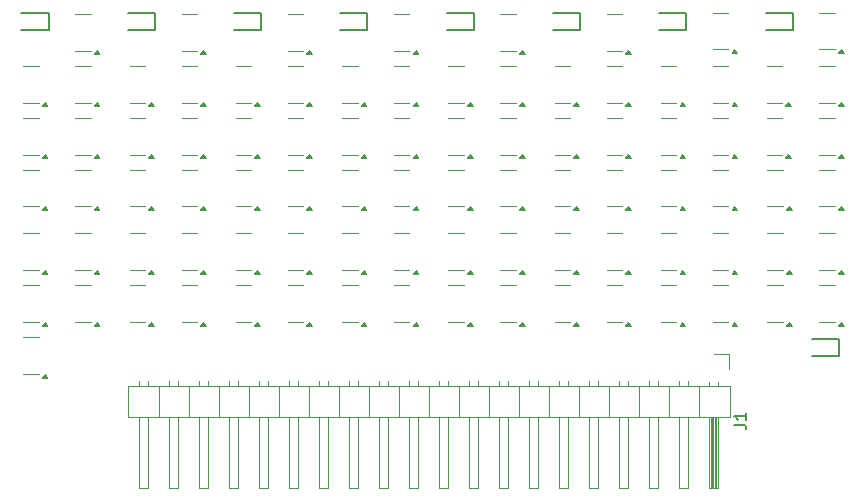
<source format=gbr>
%TF.GenerationSoftware,KiCad,Pcbnew,8.0.8*%
%TF.CreationDate,2025-09-05T20:33:19+02:00*%
%TF.ProjectId,REG8bit-SMD,52454738-6269-4742-9d53-4d442e6b6963,rev?*%
%TF.SameCoordinates,Original*%
%TF.FileFunction,Legend,Top*%
%TF.FilePolarity,Positive*%
%FSLAX46Y46*%
G04 Gerber Fmt 4.6, Leading zero omitted, Abs format (unit mm)*
G04 Created by KiCad (PCBNEW 8.0.8) date 2025-09-05 20:33:19*
%MOMM*%
%LPD*%
G01*
G04 APERTURE LIST*
%ADD10C,0.150000*%
%ADD11C,0.120000*%
G04 APERTURE END LIST*
D10*
X111449819Y-166343333D02*
X112164104Y-166343333D01*
X112164104Y-166343333D02*
X112306961Y-166390952D01*
X112306961Y-166390952D02*
X112402200Y-166486190D01*
X112402200Y-166486190D02*
X112449819Y-166629047D01*
X112449819Y-166629047D02*
X112449819Y-166724285D01*
X112449819Y-165343333D02*
X112449819Y-165914761D01*
X112449819Y-165629047D02*
X111449819Y-165629047D01*
X111449819Y-165629047D02*
X111592676Y-165724285D01*
X111592676Y-165724285D02*
X111687914Y-165819523D01*
X111687914Y-165819523D02*
X111735533Y-165914761D01*
D11*
%TO.C,Q18*%
X65300000Y-135940000D02*
X64650000Y-135940000D01*
X65300000Y-135940000D02*
X65950000Y-135940000D01*
X65300000Y-139060000D02*
X64650000Y-139060000D01*
X65300000Y-139060000D02*
X65950000Y-139060000D01*
X66702500Y-139340000D02*
X66222500Y-139340000D01*
X66462500Y-139010000D01*
X66702500Y-139340000D01*
G36*
X66702500Y-139340000D02*
G01*
X66222500Y-139340000D01*
X66462500Y-139010000D01*
X66702500Y-139340000D01*
G37*
%TO.C,Q21*%
X65300000Y-144740000D02*
X64650000Y-144740000D01*
X65300000Y-144740000D02*
X65950000Y-144740000D01*
X65300000Y-147860000D02*
X64650000Y-147860000D01*
X65300000Y-147860000D02*
X65950000Y-147860000D01*
X66702500Y-148140000D02*
X66222500Y-148140000D01*
X66462500Y-147810000D01*
X66702500Y-148140000D01*
G36*
X66702500Y-148140000D02*
G01*
X66222500Y-148140000D01*
X66462500Y-147810000D01*
X66702500Y-148140000D01*
G37*
%TO.C,Q16*%
X60900000Y-135940000D02*
X60250000Y-135940000D01*
X60900000Y-135940000D02*
X61550000Y-135940000D01*
X60900000Y-139060000D02*
X60250000Y-139060000D01*
X60900000Y-139060000D02*
X61550000Y-139060000D01*
X62302500Y-139340000D02*
X61822500Y-139340000D01*
X62062500Y-139010000D01*
X62302500Y-139340000D01*
G36*
X62302500Y-139340000D02*
G01*
X61822500Y-139340000D01*
X62062500Y-139010000D01*
X62302500Y-139340000D01*
G37*
%TO.C,Q27*%
X69900000Y-140340000D02*
X69250000Y-140340000D01*
X69900000Y-140340000D02*
X70550000Y-140340000D01*
X69900000Y-143460000D02*
X69250000Y-143460000D01*
X69900000Y-143460000D02*
X70550000Y-143460000D01*
X71302500Y-143740000D02*
X70822500Y-143740000D01*
X71062500Y-143410000D01*
X71302500Y-143740000D01*
G36*
X71302500Y-143740000D02*
G01*
X70822500Y-143740000D01*
X71062500Y-143410000D01*
X71302500Y-143740000D01*
G37*
%TO.C,Q13*%
X60900000Y-150140000D02*
X60250000Y-150140000D01*
X60900000Y-150140000D02*
X61550000Y-150140000D01*
X60900000Y-153260000D02*
X60250000Y-153260000D01*
X60900000Y-153260000D02*
X61550000Y-153260000D01*
X62302500Y-153540000D02*
X61822500Y-153540000D01*
X62062500Y-153210000D01*
X62302500Y-153540000D01*
G36*
X62302500Y-153540000D02*
G01*
X61822500Y-153540000D01*
X62062500Y-153210000D01*
X62302500Y-153540000D01*
G37*
%TO.C,Q6*%
X51900000Y-140340000D02*
X51250000Y-140340000D01*
X51900000Y-140340000D02*
X52550000Y-140340000D01*
X51900000Y-143460000D02*
X51250000Y-143460000D01*
X51900000Y-143460000D02*
X52550000Y-143460000D01*
X53302500Y-143740000D02*
X52822500Y-143740000D01*
X53062500Y-143410000D01*
X53302500Y-143740000D01*
G36*
X53302500Y-143740000D02*
G01*
X52822500Y-143740000D01*
X53062500Y-143410000D01*
X53302500Y-143740000D01*
G37*
%TO.C,Q5*%
X56300000Y-150140000D02*
X55650000Y-150140000D01*
X56300000Y-150140000D02*
X56950000Y-150140000D01*
X56300000Y-153260000D02*
X55650000Y-153260000D01*
X56300000Y-153260000D02*
X56950000Y-153260000D01*
X57702500Y-153540000D02*
X57222500Y-153540000D01*
X57462500Y-153210000D01*
X57702500Y-153540000D01*
G36*
X57702500Y-153540000D02*
G01*
X57222500Y-153540000D01*
X57462500Y-153210000D01*
X57702500Y-153540000D01*
G37*
%TO.C,Q68*%
X110300000Y-135940000D02*
X109650000Y-135940000D01*
X110300000Y-135940000D02*
X110950000Y-135940000D01*
X110300000Y-139060000D02*
X109650000Y-139060000D01*
X110300000Y-139060000D02*
X110950000Y-139060000D01*
X111702500Y-139340000D02*
X111222500Y-139340000D01*
X111462500Y-139010000D01*
X111702500Y-139340000D01*
G36*
X111702500Y-139340000D02*
G01*
X111222500Y-139340000D01*
X111462500Y-139010000D01*
X111702500Y-139340000D01*
G37*
D10*
%TO.C,D9*%
X120290000Y-160530000D02*
X120290000Y-159070000D01*
X120290000Y-159070000D02*
X118000000Y-159070000D01*
X118000000Y-160530000D02*
X120290000Y-160530000D01*
D11*
%TO.C,Q65*%
X110300000Y-150140000D02*
X109650000Y-150140000D01*
X110300000Y-150140000D02*
X110950000Y-150140000D01*
X110300000Y-153260000D02*
X109650000Y-153260000D01*
X110300000Y-153260000D02*
X110950000Y-153260000D01*
X111702500Y-153540000D02*
X111222500Y-153540000D01*
X111462500Y-153210000D01*
X111702500Y-153540000D01*
G36*
X111702500Y-153540000D02*
G01*
X111222500Y-153540000D01*
X111462500Y-153210000D01*
X111702500Y-153540000D01*
G37*
%TO.C,Q60*%
X96900000Y-144740000D02*
X96250000Y-144740000D01*
X96900000Y-144740000D02*
X97550000Y-144740000D01*
X96900000Y-147860000D02*
X96250000Y-147860000D01*
X96900000Y-147860000D02*
X97550000Y-147860000D01*
X98302500Y-148140000D02*
X97822500Y-148140000D01*
X98062500Y-147810000D01*
X98302500Y-148140000D01*
G36*
X98302500Y-148140000D02*
G01*
X97822500Y-148140000D01*
X98062500Y-147810000D01*
X98302500Y-148140000D01*
G37*
%TO.C,Q45*%
X92300000Y-150140000D02*
X91650000Y-150140000D01*
X92300000Y-150140000D02*
X92950000Y-150140000D01*
X92300000Y-153260000D02*
X91650000Y-153260000D01*
X92300000Y-153260000D02*
X92950000Y-153260000D01*
X93702500Y-153540000D02*
X93222500Y-153540000D01*
X93462500Y-153210000D01*
X93702500Y-153540000D01*
G36*
X93702500Y-153540000D02*
G01*
X93222500Y-153540000D01*
X93462500Y-153210000D01*
X93702500Y-153540000D01*
G37*
%TO.C,Q17*%
X60900000Y-140340000D02*
X60250000Y-140340000D01*
X60900000Y-140340000D02*
X61550000Y-140340000D01*
X60900000Y-143460000D02*
X60250000Y-143460000D01*
X60900000Y-143460000D02*
X61550000Y-143460000D01*
X62302500Y-143740000D02*
X61822500Y-143740000D01*
X62062500Y-143410000D01*
X62302500Y-143740000D01*
G36*
X62302500Y-143740000D02*
G01*
X61822500Y-143740000D01*
X62062500Y-143410000D01*
X62302500Y-143740000D01*
G37*
D10*
%TO.C,D2*%
X60100000Y-132930000D02*
X62390000Y-132930000D01*
X62390000Y-131470000D02*
X60100000Y-131470000D01*
X62390000Y-132930000D02*
X62390000Y-131470000D01*
D11*
%TO.C,Q72*%
X114900000Y-154540000D02*
X114250000Y-154540000D01*
X114900000Y-154540000D02*
X115550000Y-154540000D01*
X114900000Y-157660000D02*
X114250000Y-157660000D01*
X114900000Y-157660000D02*
X115550000Y-157660000D01*
X116302500Y-157940000D02*
X115822500Y-157940000D01*
X116062500Y-157610000D01*
X116302500Y-157940000D01*
G36*
X116302500Y-157940000D02*
G01*
X115822500Y-157940000D01*
X116062500Y-157610000D01*
X116302500Y-157940000D01*
G37*
%TO.C,Q55*%
X101300000Y-150140000D02*
X100650000Y-150140000D01*
X101300000Y-150140000D02*
X101950000Y-150140000D01*
X101300000Y-153260000D02*
X100650000Y-153260000D01*
X101300000Y-153260000D02*
X101950000Y-153260000D01*
X102702500Y-153540000D02*
X102222500Y-153540000D01*
X102462500Y-153210000D01*
X102702500Y-153540000D01*
G36*
X102702500Y-153540000D02*
G01*
X102222500Y-153540000D01*
X102462500Y-153210000D01*
X102702500Y-153540000D01*
G37*
%TO.C,Q9*%
X56300000Y-140340000D02*
X55650000Y-140340000D01*
X56300000Y-140340000D02*
X56950000Y-140340000D01*
X56300000Y-143460000D02*
X55650000Y-143460000D01*
X56300000Y-143460000D02*
X56950000Y-143460000D01*
X57702500Y-143740000D02*
X57222500Y-143740000D01*
X57462500Y-143410000D01*
X57702500Y-143740000D01*
G36*
X57702500Y-143740000D02*
G01*
X57222500Y-143740000D01*
X57462500Y-143410000D01*
X57702500Y-143740000D01*
G37*
%TO.C,Q1*%
X51900000Y-158940000D02*
X51250000Y-158940000D01*
X51900000Y-158940000D02*
X52550000Y-158940000D01*
X51900000Y-162060000D02*
X51250000Y-162060000D01*
X51900000Y-162060000D02*
X52550000Y-162060000D01*
X53302500Y-162340000D02*
X52822500Y-162340000D01*
X53062500Y-162010000D01*
X53302500Y-162340000D01*
G36*
X53302500Y-162340000D02*
G01*
X52822500Y-162340000D01*
X53062500Y-162010000D01*
X53302500Y-162340000D01*
G37*
%TO.C,Q78*%
X119300000Y-135940000D02*
X118650000Y-135940000D01*
X119300000Y-135940000D02*
X119950000Y-135940000D01*
X119300000Y-139060000D02*
X118650000Y-139060000D01*
X119300000Y-139060000D02*
X119950000Y-139060000D01*
X120702500Y-139340000D02*
X120222500Y-139340000D01*
X120462500Y-139010000D01*
X120702500Y-139340000D01*
G36*
X120702500Y-139340000D02*
G01*
X120222500Y-139340000D01*
X120462500Y-139010000D01*
X120702500Y-139340000D01*
G37*
%TO.C,Q14*%
X65300000Y-154540000D02*
X64650000Y-154540000D01*
X65300000Y-154540000D02*
X65950000Y-154540000D01*
X65300000Y-157660000D02*
X64650000Y-157660000D01*
X65300000Y-157660000D02*
X65950000Y-157660000D01*
X66702500Y-157940000D02*
X66222500Y-157940000D01*
X66462500Y-157610000D01*
X66702500Y-157940000D01*
G36*
X66702500Y-157940000D02*
G01*
X66222500Y-157940000D01*
X66462500Y-157610000D01*
X66702500Y-157940000D01*
G37*
%TO.C,Q52*%
X96900000Y-154540000D02*
X96250000Y-154540000D01*
X96900000Y-154540000D02*
X97550000Y-154540000D01*
X96900000Y-157660000D02*
X96250000Y-157660000D01*
X96900000Y-157660000D02*
X97550000Y-157660000D01*
X98302500Y-157940000D02*
X97822500Y-157940000D01*
X98062500Y-157610000D01*
X98302500Y-157940000D01*
G36*
X98302500Y-157940000D02*
G01*
X97822500Y-157940000D01*
X98062500Y-157610000D01*
X98302500Y-157940000D01*
G37*
%TO.C,Q69*%
X110300000Y-140340000D02*
X109650000Y-140340000D01*
X110300000Y-140340000D02*
X110950000Y-140340000D01*
X110300000Y-143460000D02*
X109650000Y-143460000D01*
X110300000Y-143460000D02*
X110950000Y-143460000D01*
X111702500Y-143740000D02*
X111222500Y-143740000D01*
X111462500Y-143410000D01*
X111702500Y-143740000D01*
G36*
X111702500Y-143740000D02*
G01*
X111222500Y-143740000D01*
X111462500Y-143410000D01*
X111702500Y-143740000D01*
G37*
%TO.C,Q31*%
X74300000Y-144740000D02*
X73650000Y-144740000D01*
X74300000Y-144740000D02*
X74950000Y-144740000D01*
X74300000Y-147860000D02*
X73650000Y-147860000D01*
X74300000Y-147860000D02*
X74950000Y-147860000D01*
X75702500Y-148140000D02*
X75222500Y-148140000D01*
X75462500Y-147810000D01*
X75702500Y-148140000D01*
G36*
X75702500Y-148140000D02*
G01*
X75222500Y-148140000D01*
X75462500Y-147810000D01*
X75702500Y-148140000D01*
G37*
%TO.C,Q75*%
X119300000Y-150140000D02*
X118650000Y-150140000D01*
X119300000Y-150140000D02*
X119950000Y-150140000D01*
X119300000Y-153260000D02*
X118650000Y-153260000D01*
X119300000Y-153260000D02*
X119950000Y-153260000D01*
X120702500Y-153540000D02*
X120222500Y-153540000D01*
X120462500Y-153210000D01*
X120702500Y-153540000D01*
G36*
X120702500Y-153540000D02*
G01*
X120222500Y-153540000D01*
X120462500Y-153210000D01*
X120702500Y-153540000D01*
G37*
%TO.C,Q83*%
X65300000Y-131540000D02*
X64650000Y-131540000D01*
X65300000Y-131540000D02*
X65950000Y-131540000D01*
X65300000Y-134660000D02*
X64650000Y-134660000D01*
X65300000Y-134660000D02*
X65950000Y-134660000D01*
X66702500Y-134940000D02*
X66222500Y-134940000D01*
X66462500Y-134610000D01*
X66702500Y-134940000D01*
G36*
X66702500Y-134940000D02*
G01*
X66222500Y-134940000D01*
X66462500Y-134610000D01*
X66702500Y-134940000D01*
G37*
%TO.C,Q34*%
X83300000Y-154540000D02*
X82650000Y-154540000D01*
X83300000Y-154540000D02*
X83950000Y-154540000D01*
X83300000Y-157660000D02*
X82650000Y-157660000D01*
X83300000Y-157660000D02*
X83950000Y-157660000D01*
X84702500Y-157940000D02*
X84222500Y-157940000D01*
X84462500Y-157610000D01*
X84702500Y-157940000D01*
G36*
X84702500Y-157940000D02*
G01*
X84222500Y-157940000D01*
X84462500Y-157610000D01*
X84702500Y-157940000D01*
G37*
%TO.C,Q46*%
X87900000Y-135940000D02*
X87250000Y-135940000D01*
X87900000Y-135940000D02*
X88550000Y-135940000D01*
X87900000Y-139060000D02*
X87250000Y-139060000D01*
X87900000Y-139060000D02*
X88550000Y-139060000D01*
X89302500Y-139340000D02*
X88822500Y-139340000D01*
X89062500Y-139010000D01*
X89302500Y-139340000D01*
G36*
X89302500Y-139340000D02*
G01*
X88822500Y-139340000D01*
X89062500Y-139010000D01*
X89302500Y-139340000D01*
G37*
%TO.C,Q3*%
X51900000Y-150140000D02*
X51250000Y-150140000D01*
X51900000Y-150140000D02*
X52550000Y-150140000D01*
X51900000Y-153260000D02*
X51250000Y-153260000D01*
X51900000Y-153260000D02*
X52550000Y-153260000D01*
X53302500Y-153540000D02*
X52822500Y-153540000D01*
X53062500Y-153210000D01*
X53302500Y-153540000D01*
G36*
X53302500Y-153540000D02*
G01*
X52822500Y-153540000D01*
X53062500Y-153210000D01*
X53302500Y-153540000D01*
G37*
%TO.C,Q76*%
X114862500Y-135940000D02*
X114212500Y-135940000D01*
X114862500Y-135940000D02*
X115512500Y-135940000D01*
X114862500Y-139060000D02*
X114212500Y-139060000D01*
X114862500Y-139060000D02*
X115512500Y-139060000D01*
X116265000Y-139340000D02*
X115785000Y-139340000D01*
X116025000Y-139010000D01*
X116265000Y-139340000D01*
G36*
X116265000Y-139340000D02*
G01*
X115785000Y-139340000D01*
X116025000Y-139010000D01*
X116265000Y-139340000D01*
G37*
%TO.C,Q71*%
X110300000Y-144740000D02*
X109650000Y-144740000D01*
X110300000Y-144740000D02*
X110950000Y-144740000D01*
X110300000Y-147860000D02*
X109650000Y-147860000D01*
X110300000Y-147860000D02*
X110950000Y-147860000D01*
X111702500Y-148140000D02*
X111222500Y-148140000D01*
X111462500Y-147810000D01*
X111702500Y-148140000D01*
G36*
X111702500Y-148140000D02*
G01*
X111222500Y-148140000D01*
X111462500Y-147810000D01*
X111702500Y-148140000D01*
G37*
D10*
%TO.C,D3*%
X69100000Y-132930000D02*
X71390000Y-132930000D01*
X71390000Y-132930000D02*
X71390000Y-131470000D01*
X71390000Y-131470000D02*
X69100000Y-131470000D01*
D11*
%TO.C,Q39*%
X83300000Y-140340000D02*
X82650000Y-140340000D01*
X83300000Y-140340000D02*
X83950000Y-140340000D01*
X83300000Y-143460000D02*
X82650000Y-143460000D01*
X83300000Y-143460000D02*
X83950000Y-143460000D01*
X84702500Y-143740000D02*
X84222500Y-143740000D01*
X84462500Y-143410000D01*
X84702500Y-143740000D01*
G36*
X84702500Y-143740000D02*
G01*
X84222500Y-143740000D01*
X84462500Y-143410000D01*
X84702500Y-143740000D01*
G37*
%TO.C,Q15*%
X65300000Y-150140000D02*
X64650000Y-150140000D01*
X65300000Y-150140000D02*
X65950000Y-150140000D01*
X65300000Y-153260000D02*
X64650000Y-153260000D01*
X65300000Y-153260000D02*
X65950000Y-153260000D01*
X66702500Y-153540000D02*
X66222500Y-153540000D01*
X66462500Y-153210000D01*
X66702500Y-153540000D01*
G36*
X66702500Y-153540000D02*
G01*
X66222500Y-153540000D01*
X66462500Y-153210000D01*
X66702500Y-153540000D01*
G37*
%TO.C,Q32*%
X78900000Y-154540000D02*
X78250000Y-154540000D01*
X78900000Y-154540000D02*
X79550000Y-154540000D01*
X78900000Y-157660000D02*
X78250000Y-157660000D01*
X78900000Y-157660000D02*
X79550000Y-157660000D01*
X80302500Y-157940000D02*
X79822500Y-157940000D01*
X80062500Y-157610000D01*
X80302500Y-157940000D01*
G36*
X80302500Y-157940000D02*
G01*
X79822500Y-157940000D01*
X80062500Y-157610000D01*
X80302500Y-157940000D01*
G37*
%TO.C,Q67*%
X105900000Y-140340000D02*
X105250000Y-140340000D01*
X105900000Y-140340000D02*
X106550000Y-140340000D01*
X105900000Y-143460000D02*
X105250000Y-143460000D01*
X105900000Y-143460000D02*
X106550000Y-143460000D01*
X107302500Y-143740000D02*
X106822500Y-143740000D01*
X107062500Y-143410000D01*
X107302500Y-143740000D01*
G36*
X107302500Y-143740000D02*
G01*
X106822500Y-143740000D01*
X107062500Y-143410000D01*
X107302500Y-143740000D01*
G37*
D10*
%TO.C,D7*%
X107390000Y-131470000D02*
X105100000Y-131470000D01*
X107390000Y-132930000D02*
X107390000Y-131470000D01*
X105100000Y-132930000D02*
X107390000Y-132930000D01*
D11*
%TO.C,Q43*%
X87900000Y-150140000D02*
X87250000Y-150140000D01*
X87900000Y-150140000D02*
X88550000Y-150140000D01*
X87900000Y-153260000D02*
X87250000Y-153260000D01*
X87900000Y-153260000D02*
X88550000Y-153260000D01*
X89302500Y-153540000D02*
X88822500Y-153540000D01*
X89062500Y-153210000D01*
X89302500Y-153540000D01*
G36*
X89302500Y-153540000D02*
G01*
X88822500Y-153540000D01*
X89062500Y-153210000D01*
X89302500Y-153540000D01*
G37*
%TO.C,Q58*%
X101300000Y-135940000D02*
X100650000Y-135940000D01*
X101300000Y-135940000D02*
X101950000Y-135940000D01*
X101300000Y-139060000D02*
X100650000Y-139060000D01*
X101300000Y-139060000D02*
X101950000Y-139060000D01*
X102702500Y-139340000D02*
X102222500Y-139340000D01*
X102462500Y-139010000D01*
X102702500Y-139340000D01*
G36*
X102702500Y-139340000D02*
G01*
X102222500Y-139340000D01*
X102462500Y-139010000D01*
X102702500Y-139340000D01*
G37*
%TO.C,Q40*%
X78900000Y-144740000D02*
X78250000Y-144740000D01*
X78900000Y-144740000D02*
X79550000Y-144740000D01*
X78900000Y-147860000D02*
X78250000Y-147860000D01*
X78900000Y-147860000D02*
X79550000Y-147860000D01*
X80302500Y-148140000D02*
X79822500Y-148140000D01*
X80062500Y-147810000D01*
X80302500Y-148140000D01*
G36*
X80302500Y-148140000D02*
G01*
X79822500Y-148140000D01*
X80062500Y-147810000D01*
X80302500Y-148140000D01*
G37*
%TO.C,Q24*%
X74300000Y-154540000D02*
X73650000Y-154540000D01*
X74300000Y-154540000D02*
X74950000Y-154540000D01*
X74300000Y-157660000D02*
X73650000Y-157660000D01*
X74300000Y-157660000D02*
X74950000Y-157660000D01*
X75702500Y-157940000D02*
X75222500Y-157940000D01*
X75462500Y-157610000D01*
X75702500Y-157940000D01*
G36*
X75702500Y-157940000D02*
G01*
X75222500Y-157940000D01*
X75462500Y-157610000D01*
X75702500Y-157940000D01*
G37*
%TO.C,Q22*%
X69900000Y-154540000D02*
X69250000Y-154540000D01*
X69900000Y-154540000D02*
X70550000Y-154540000D01*
X69900000Y-157660000D02*
X69250000Y-157660000D01*
X69900000Y-157660000D02*
X70550000Y-157660000D01*
X71302500Y-157940000D02*
X70822500Y-157940000D01*
X71062500Y-157610000D01*
X71302500Y-157940000D01*
G36*
X71302500Y-157940000D02*
G01*
X70822500Y-157940000D01*
X71062500Y-157610000D01*
X71302500Y-157940000D01*
G37*
%TO.C,Q63*%
X105900000Y-150140000D02*
X105250000Y-150140000D01*
X105900000Y-150140000D02*
X106550000Y-150140000D01*
X105900000Y-153260000D02*
X105250000Y-153260000D01*
X105900000Y-153260000D02*
X106550000Y-153260000D01*
X107302500Y-153540000D02*
X106822500Y-153540000D01*
X107062500Y-153210000D01*
X107302500Y-153540000D01*
G36*
X107302500Y-153540000D02*
G01*
X106822500Y-153540000D01*
X107062500Y-153210000D01*
X107302500Y-153540000D01*
G37*
%TO.C,Q79*%
X119300000Y-140340000D02*
X118650000Y-140340000D01*
X119300000Y-140340000D02*
X119950000Y-140340000D01*
X119300000Y-143460000D02*
X118650000Y-143460000D01*
X119300000Y-143460000D02*
X119950000Y-143460000D01*
X120702500Y-143740000D02*
X120222500Y-143740000D01*
X120462500Y-143410000D01*
X120702500Y-143740000D01*
G36*
X120702500Y-143740000D02*
G01*
X120222500Y-143740000D01*
X120462500Y-143410000D01*
X120702500Y-143740000D01*
G37*
%TO.C,Q85*%
X83300000Y-131540000D02*
X82650000Y-131540000D01*
X83300000Y-131540000D02*
X83950000Y-131540000D01*
X83300000Y-134660000D02*
X82650000Y-134660000D01*
X83300000Y-134660000D02*
X83950000Y-134660000D01*
X84702500Y-134940000D02*
X84222500Y-134940000D01*
X84462500Y-134610000D01*
X84702500Y-134940000D01*
G36*
X84702500Y-134940000D02*
G01*
X84222500Y-134940000D01*
X84462500Y-134610000D01*
X84702500Y-134940000D01*
G37*
%TO.C,Q33*%
X78900000Y-150140000D02*
X78250000Y-150140000D01*
X78900000Y-150140000D02*
X79550000Y-150140000D01*
X78900000Y-153260000D02*
X78250000Y-153260000D01*
X78900000Y-153260000D02*
X79550000Y-153260000D01*
X80302500Y-153540000D02*
X79822500Y-153540000D01*
X80062500Y-153210000D01*
X80302500Y-153540000D01*
G36*
X80302500Y-153540000D02*
G01*
X79822500Y-153540000D01*
X80062500Y-153210000D01*
X80302500Y-153540000D01*
G37*
%TO.C,Q51*%
X93702500Y-148140000D02*
X93222500Y-148140000D01*
X93462500Y-147810000D01*
X93702500Y-148140000D01*
G36*
X93702500Y-148140000D02*
G01*
X93222500Y-148140000D01*
X93462500Y-147810000D01*
X93702500Y-148140000D01*
G37*
X92300000Y-147860000D02*
X92950000Y-147860000D01*
X92300000Y-147860000D02*
X91650000Y-147860000D01*
X92300000Y-144740000D02*
X92950000Y-144740000D01*
X92300000Y-144740000D02*
X91650000Y-144740000D01*
%TO.C,Q73*%
X114900000Y-150140000D02*
X114250000Y-150140000D01*
X114900000Y-150140000D02*
X115550000Y-150140000D01*
X114900000Y-153260000D02*
X114250000Y-153260000D01*
X114900000Y-153260000D02*
X115550000Y-153260000D01*
X116302500Y-153540000D02*
X115822500Y-153540000D01*
X116062500Y-153210000D01*
X116302500Y-153540000D01*
G36*
X116302500Y-153540000D02*
G01*
X115822500Y-153540000D01*
X116062500Y-153210000D01*
X116302500Y-153540000D01*
G37*
%TO.C,Q36*%
X78900000Y-135940000D02*
X78250000Y-135940000D01*
X78900000Y-135940000D02*
X79550000Y-135940000D01*
X78900000Y-139060000D02*
X78250000Y-139060000D01*
X78900000Y-139060000D02*
X79550000Y-139060000D01*
X80302500Y-139340000D02*
X79822500Y-139340000D01*
X80062500Y-139010000D01*
X80302500Y-139340000D01*
G36*
X80302500Y-139340000D02*
G01*
X79822500Y-139340000D01*
X80062500Y-139010000D01*
X80302500Y-139340000D01*
G37*
%TO.C,Q84*%
X74300000Y-131540000D02*
X73650000Y-131540000D01*
X74300000Y-131540000D02*
X74950000Y-131540000D01*
X74300000Y-134660000D02*
X73650000Y-134660000D01*
X74300000Y-134660000D02*
X74950000Y-134660000D01*
X75702500Y-134940000D02*
X75222500Y-134940000D01*
X75462500Y-134610000D01*
X75702500Y-134940000D01*
G36*
X75702500Y-134940000D02*
G01*
X75222500Y-134940000D01*
X75462500Y-134610000D01*
X75702500Y-134940000D01*
G37*
%TO.C,Q50*%
X89302500Y-148140000D02*
X88822500Y-148140000D01*
X89062500Y-147810000D01*
X89302500Y-148140000D01*
G36*
X89302500Y-148140000D02*
G01*
X88822500Y-148140000D01*
X89062500Y-147810000D01*
X89302500Y-148140000D01*
G37*
X87900000Y-147860000D02*
X88550000Y-147860000D01*
X87900000Y-147860000D02*
X87250000Y-147860000D01*
X87900000Y-144740000D02*
X88550000Y-144740000D01*
X87900000Y-144740000D02*
X87250000Y-144740000D01*
%TO.C,Q89*%
X119300000Y-131440000D02*
X118650000Y-131440000D01*
X119300000Y-131440000D02*
X119950000Y-131440000D01*
X119300000Y-134560000D02*
X118650000Y-134560000D01*
X119300000Y-134560000D02*
X119950000Y-134560000D01*
X120702500Y-134840000D02*
X120222500Y-134840000D01*
X120462500Y-134510000D01*
X120702500Y-134840000D01*
G36*
X120702500Y-134840000D02*
G01*
X120222500Y-134840000D01*
X120462500Y-134510000D01*
X120702500Y-134840000D01*
G37*
%TO.C,Q54*%
X101300000Y-154540000D02*
X100650000Y-154540000D01*
X101300000Y-154540000D02*
X101950000Y-154540000D01*
X101300000Y-157660000D02*
X100650000Y-157660000D01*
X101300000Y-157660000D02*
X101950000Y-157660000D01*
X102702500Y-157940000D02*
X102222500Y-157940000D01*
X102462500Y-157610000D01*
X102702500Y-157940000D01*
G36*
X102702500Y-157940000D02*
G01*
X102222500Y-157940000D01*
X102462500Y-157610000D01*
X102702500Y-157940000D01*
G37*
%TO.C,Q20*%
X60900000Y-144740000D02*
X60250000Y-144740000D01*
X60900000Y-144740000D02*
X61550000Y-144740000D01*
X60900000Y-147860000D02*
X60250000Y-147860000D01*
X60900000Y-147860000D02*
X61550000Y-147860000D01*
X62302500Y-148140000D02*
X61822500Y-148140000D01*
X62062500Y-147810000D01*
X62302500Y-148140000D01*
G36*
X62302500Y-148140000D02*
G01*
X61822500Y-148140000D01*
X62062500Y-147810000D01*
X62302500Y-148140000D01*
G37*
%TO.C,Q87*%
X101300000Y-131540000D02*
X100650000Y-131540000D01*
X101300000Y-131540000D02*
X101950000Y-131540000D01*
X101300000Y-134660000D02*
X100650000Y-134660000D01*
X101300000Y-134660000D02*
X101950000Y-134660000D01*
X102702500Y-134940000D02*
X102222500Y-134940000D01*
X102462500Y-134610000D01*
X102702500Y-134940000D01*
G36*
X102702500Y-134940000D02*
G01*
X102222500Y-134940000D01*
X102462500Y-134610000D01*
X102702500Y-134940000D01*
G37*
%TO.C,Q80*%
X114900000Y-144740000D02*
X114250000Y-144740000D01*
X114900000Y-144740000D02*
X115550000Y-144740000D01*
X114900000Y-147860000D02*
X114250000Y-147860000D01*
X114900000Y-147860000D02*
X115550000Y-147860000D01*
X116302500Y-148140000D02*
X115822500Y-148140000D01*
X116062500Y-147810000D01*
X116302500Y-148140000D01*
G36*
X116302500Y-148140000D02*
G01*
X115822500Y-148140000D01*
X116062500Y-147810000D01*
X116302500Y-148140000D01*
G37*
%TO.C,J1*%
X60135000Y-163065000D02*
X60135000Y-165725000D01*
X60135000Y-165725000D02*
X111055000Y-165725000D01*
X61085000Y-162667929D02*
X61085000Y-163065000D01*
X61085000Y-171725000D02*
X61085000Y-165725000D01*
X61845000Y-162667929D02*
X61845000Y-163065000D01*
X61845000Y-165725000D02*
X61845000Y-171725000D01*
X61845000Y-171725000D02*
X61085000Y-171725000D01*
X62735000Y-163065000D02*
X62735000Y-165725000D01*
X63625000Y-162667929D02*
X63625000Y-163065000D01*
X63625000Y-171725000D02*
X63625000Y-165725000D01*
X64385000Y-162667929D02*
X64385000Y-163065000D01*
X64385000Y-165725000D02*
X64385000Y-171725000D01*
X64385000Y-171725000D02*
X63625000Y-171725000D01*
X65275000Y-163065000D02*
X65275000Y-165725000D01*
X66165000Y-162667929D02*
X66165000Y-163065000D01*
X66165000Y-171725000D02*
X66165000Y-165725000D01*
X66925000Y-162667929D02*
X66925000Y-163065000D01*
X66925000Y-165725000D02*
X66925000Y-171725000D01*
X66925000Y-171725000D02*
X66165000Y-171725000D01*
X67815000Y-163065000D02*
X67815000Y-165725000D01*
X68705000Y-162667929D02*
X68705000Y-163065000D01*
X68705000Y-171725000D02*
X68705000Y-165725000D01*
X69465000Y-162667929D02*
X69465000Y-163065000D01*
X69465000Y-165725000D02*
X69465000Y-171725000D01*
X69465000Y-171725000D02*
X68705000Y-171725000D01*
X70355000Y-163065000D02*
X70355000Y-165725000D01*
X71245000Y-162667929D02*
X71245000Y-163065000D01*
X71245000Y-171725000D02*
X71245000Y-165725000D01*
X72005000Y-162667929D02*
X72005000Y-163065000D01*
X72005000Y-165725000D02*
X72005000Y-171725000D01*
X72005000Y-171725000D02*
X71245000Y-171725000D01*
X72895000Y-163065000D02*
X72895000Y-165725000D01*
X73785000Y-162667929D02*
X73785000Y-163065000D01*
X73785000Y-171725000D02*
X73785000Y-165725000D01*
X74545000Y-162667929D02*
X74545000Y-163065000D01*
X74545000Y-165725000D02*
X74545000Y-171725000D01*
X74545000Y-171725000D02*
X73785000Y-171725000D01*
X75435000Y-163065000D02*
X75435000Y-165725000D01*
X76325000Y-162667929D02*
X76325000Y-163065000D01*
X76325000Y-171725000D02*
X76325000Y-165725000D01*
X77085000Y-162667929D02*
X77085000Y-163065000D01*
X77085000Y-165725000D02*
X77085000Y-171725000D01*
X77085000Y-171725000D02*
X76325000Y-171725000D01*
X77975000Y-163065000D02*
X77975000Y-165725000D01*
X78865000Y-162667929D02*
X78865000Y-163065000D01*
X78865000Y-171725000D02*
X78865000Y-165725000D01*
X79625000Y-162667929D02*
X79625000Y-163065000D01*
X79625000Y-165725000D02*
X79625000Y-171725000D01*
X79625000Y-171725000D02*
X78865000Y-171725000D01*
X80515000Y-163065000D02*
X80515000Y-165725000D01*
X81405000Y-162667929D02*
X81405000Y-163065000D01*
X81405000Y-171725000D02*
X81405000Y-165725000D01*
X82165000Y-162667929D02*
X82165000Y-163065000D01*
X82165000Y-165725000D02*
X82165000Y-171725000D01*
X82165000Y-171725000D02*
X81405000Y-171725000D01*
X83055000Y-163065000D02*
X83055000Y-165725000D01*
X83945000Y-162667929D02*
X83945000Y-163065000D01*
X83945000Y-171725000D02*
X83945000Y-165725000D01*
X84705000Y-162667929D02*
X84705000Y-163065000D01*
X84705000Y-165725000D02*
X84705000Y-171725000D01*
X84705000Y-171725000D02*
X83945000Y-171725000D01*
X85595000Y-163065000D02*
X85595000Y-165725000D01*
X86485000Y-162667929D02*
X86485000Y-163065000D01*
X86485000Y-171725000D02*
X86485000Y-165725000D01*
X87245000Y-162667929D02*
X87245000Y-163065000D01*
X87245000Y-165725000D02*
X87245000Y-171725000D01*
X87245000Y-171725000D02*
X86485000Y-171725000D01*
X88135000Y-163065000D02*
X88135000Y-165725000D01*
X89025000Y-162667929D02*
X89025000Y-163065000D01*
X89025000Y-171725000D02*
X89025000Y-165725000D01*
X89785000Y-162667929D02*
X89785000Y-163065000D01*
X89785000Y-165725000D02*
X89785000Y-171725000D01*
X89785000Y-171725000D02*
X89025000Y-171725000D01*
X90675000Y-163065000D02*
X90675000Y-165725000D01*
X91565000Y-162667929D02*
X91565000Y-163065000D01*
X91565000Y-171725000D02*
X91565000Y-165725000D01*
X92325000Y-162667929D02*
X92325000Y-163065000D01*
X92325000Y-165725000D02*
X92325000Y-171725000D01*
X92325000Y-171725000D02*
X91565000Y-171725000D01*
X93215000Y-163065000D02*
X93215000Y-165725000D01*
X94105000Y-162667929D02*
X94105000Y-163065000D01*
X94105000Y-171725000D02*
X94105000Y-165725000D01*
X94865000Y-162667929D02*
X94865000Y-163065000D01*
X94865000Y-165725000D02*
X94865000Y-171725000D01*
X94865000Y-171725000D02*
X94105000Y-171725000D01*
X95755000Y-163065000D02*
X95755000Y-165725000D01*
X96645000Y-162667929D02*
X96645000Y-163065000D01*
X96645000Y-171725000D02*
X96645000Y-165725000D01*
X97405000Y-162667929D02*
X97405000Y-163065000D01*
X97405000Y-165725000D02*
X97405000Y-171725000D01*
X97405000Y-171725000D02*
X96645000Y-171725000D01*
X98295000Y-163065000D02*
X98295000Y-165725000D01*
X99185000Y-162667929D02*
X99185000Y-163065000D01*
X99185000Y-171725000D02*
X99185000Y-165725000D01*
X99945000Y-162667929D02*
X99945000Y-163065000D01*
X99945000Y-165725000D02*
X99945000Y-171725000D01*
X99945000Y-171725000D02*
X99185000Y-171725000D01*
X100835000Y-163065000D02*
X100835000Y-165725000D01*
X101725000Y-162667929D02*
X101725000Y-163065000D01*
X101725000Y-171725000D02*
X101725000Y-165725000D01*
X102485000Y-162667929D02*
X102485000Y-163065000D01*
X102485000Y-165725000D02*
X102485000Y-171725000D01*
X102485000Y-171725000D02*
X101725000Y-171725000D01*
X103375000Y-163065000D02*
X103375000Y-165725000D01*
X104265000Y-162667929D02*
X104265000Y-163065000D01*
X104265000Y-171725000D02*
X104265000Y-165725000D01*
X105025000Y-162667929D02*
X105025000Y-163065000D01*
X105025000Y-165725000D02*
X105025000Y-171725000D01*
X105025000Y-171725000D02*
X104265000Y-171725000D01*
X105915000Y-163065000D02*
X105915000Y-165725000D01*
X106805000Y-162667929D02*
X106805000Y-163065000D01*
X106805000Y-171725000D02*
X106805000Y-165725000D01*
X107565000Y-162667929D02*
X107565000Y-163065000D01*
X107565000Y-165725000D02*
X107565000Y-171725000D01*
X107565000Y-171725000D02*
X106805000Y-171725000D01*
X108455000Y-163065000D02*
X108455000Y-165725000D01*
X109345000Y-162735000D02*
X109345000Y-163065000D01*
X109345000Y-171725000D02*
X109345000Y-165725000D01*
X109445000Y-165725000D02*
X109445000Y-171725000D01*
X109565000Y-165725000D02*
X109565000Y-171725000D01*
X109685000Y-165725000D02*
X109685000Y-171725000D01*
X109725000Y-160355000D02*
X110995000Y-160355000D01*
X109805000Y-165725000D02*
X109805000Y-171725000D01*
X109925000Y-165725000D02*
X109925000Y-171725000D01*
X110045000Y-165725000D02*
X110045000Y-171725000D01*
X110105000Y-162735000D02*
X110105000Y-163065000D01*
X110105000Y-165725000D02*
X110105000Y-171725000D01*
X110105000Y-171725000D02*
X109345000Y-171725000D01*
X110995000Y-160355000D02*
X110995000Y-161625000D01*
X111055000Y-163065000D02*
X60135000Y-163065000D01*
X111055000Y-165725000D02*
X111055000Y-163065000D01*
%TO.C,Q7*%
X51900000Y-135940000D02*
X51250000Y-135940000D01*
X51900000Y-135940000D02*
X52550000Y-135940000D01*
X51900000Y-139060000D02*
X51250000Y-139060000D01*
X51900000Y-139060000D02*
X52550000Y-139060000D01*
X53302500Y-139340000D02*
X52822500Y-139340000D01*
X53062500Y-139010000D01*
X53302500Y-139340000D01*
G36*
X53302500Y-139340000D02*
G01*
X52822500Y-139340000D01*
X53062500Y-139010000D01*
X53302500Y-139340000D01*
G37*
%TO.C,Q11*%
X56300000Y-144740000D02*
X55650000Y-144740000D01*
X56300000Y-144740000D02*
X56950000Y-144740000D01*
X56300000Y-147860000D02*
X55650000Y-147860000D01*
X56300000Y-147860000D02*
X56950000Y-147860000D01*
X57702500Y-148140000D02*
X57222500Y-148140000D01*
X57462500Y-147810000D01*
X57702500Y-148140000D01*
G36*
X57702500Y-148140000D02*
G01*
X57222500Y-148140000D01*
X57462500Y-147810000D01*
X57702500Y-148140000D01*
G37*
D10*
%TO.C,D4*%
X78100000Y-132930000D02*
X80390000Y-132930000D01*
X80390000Y-132930000D02*
X80390000Y-131470000D01*
X80390000Y-131470000D02*
X78100000Y-131470000D01*
D11*
%TO.C,Q74*%
X119300000Y-154540000D02*
X118650000Y-154540000D01*
X119300000Y-154540000D02*
X119950000Y-154540000D01*
X119300000Y-157660000D02*
X118650000Y-157660000D01*
X119300000Y-157660000D02*
X119950000Y-157660000D01*
X120702500Y-157940000D02*
X120222500Y-157940000D01*
X120462500Y-157610000D01*
X120702500Y-157940000D01*
G36*
X120702500Y-157940000D02*
G01*
X120222500Y-157940000D01*
X120462500Y-157610000D01*
X120702500Y-157940000D01*
G37*
%TO.C,Q70*%
X105900000Y-144740000D02*
X105250000Y-144740000D01*
X105900000Y-144740000D02*
X106550000Y-144740000D01*
X105900000Y-147860000D02*
X105250000Y-147860000D01*
X105900000Y-147860000D02*
X106550000Y-147860000D01*
X107302500Y-148140000D02*
X106822500Y-148140000D01*
X107062500Y-147810000D01*
X107302500Y-148140000D01*
G36*
X107302500Y-148140000D02*
G01*
X106822500Y-148140000D01*
X107062500Y-147810000D01*
X107302500Y-148140000D01*
G37*
%TO.C,Q10*%
X51900000Y-144740000D02*
X51250000Y-144740000D01*
X51900000Y-144740000D02*
X52550000Y-144740000D01*
X51900000Y-147860000D02*
X51250000Y-147860000D01*
X51900000Y-147860000D02*
X52550000Y-147860000D01*
X53302500Y-148140000D02*
X52822500Y-148140000D01*
X53062500Y-147810000D01*
X53302500Y-148140000D01*
G36*
X53302500Y-148140000D02*
G01*
X52822500Y-148140000D01*
X53062500Y-147810000D01*
X53302500Y-148140000D01*
G37*
D10*
%TO.C,D5*%
X87100000Y-132930000D02*
X89390000Y-132930000D01*
X89390000Y-132930000D02*
X89390000Y-131470000D01*
X89390000Y-131470000D02*
X87100000Y-131470000D01*
D11*
%TO.C,Q44*%
X92300000Y-154540000D02*
X91650000Y-154540000D01*
X92300000Y-154540000D02*
X92950000Y-154540000D01*
X92300000Y-157660000D02*
X91650000Y-157660000D01*
X92300000Y-157660000D02*
X92950000Y-157660000D01*
X93702500Y-157940000D02*
X93222500Y-157940000D01*
X93462500Y-157610000D01*
X93702500Y-157940000D01*
G36*
X93702500Y-157940000D02*
G01*
X93222500Y-157940000D01*
X93462500Y-157610000D01*
X93702500Y-157940000D01*
G37*
%TO.C,Q28*%
X74300000Y-135940000D02*
X73650000Y-135940000D01*
X74300000Y-135940000D02*
X74950000Y-135940000D01*
X74300000Y-139060000D02*
X73650000Y-139060000D01*
X74300000Y-139060000D02*
X74950000Y-139060000D01*
X75702500Y-139340000D02*
X75222500Y-139340000D01*
X75462500Y-139010000D01*
X75702500Y-139340000D01*
G36*
X75702500Y-139340000D02*
G01*
X75222500Y-139340000D01*
X75462500Y-139010000D01*
X75702500Y-139340000D01*
G37*
%TO.C,Q86*%
X92300000Y-131540000D02*
X91650000Y-131540000D01*
X92300000Y-131540000D02*
X92950000Y-131540000D01*
X92300000Y-134660000D02*
X91650000Y-134660000D01*
X92300000Y-134660000D02*
X92950000Y-134660000D01*
X93702500Y-134940000D02*
X93222500Y-134940000D01*
X93462500Y-134610000D01*
X93702500Y-134940000D01*
G36*
X93702500Y-134940000D02*
G01*
X93222500Y-134940000D01*
X93462500Y-134610000D01*
X93702500Y-134940000D01*
G37*
%TO.C,Q35*%
X83300000Y-150140000D02*
X82650000Y-150140000D01*
X83300000Y-150140000D02*
X83950000Y-150140000D01*
X83300000Y-153260000D02*
X82650000Y-153260000D01*
X83300000Y-153260000D02*
X83950000Y-153260000D01*
X84702500Y-153540000D02*
X84222500Y-153540000D01*
X84462500Y-153210000D01*
X84702500Y-153540000D01*
G36*
X84702500Y-153540000D02*
G01*
X84222500Y-153540000D01*
X84462500Y-153210000D01*
X84702500Y-153540000D01*
G37*
D10*
%TO.C,D6*%
X96100000Y-132930000D02*
X98390000Y-132930000D01*
X98390000Y-132930000D02*
X98390000Y-131470000D01*
X98390000Y-131470000D02*
X96100000Y-131470000D01*
D11*
%TO.C,Q12*%
X60900000Y-154540000D02*
X60250000Y-154540000D01*
X60900000Y-154540000D02*
X61550000Y-154540000D01*
X60900000Y-157660000D02*
X60250000Y-157660000D01*
X60900000Y-157660000D02*
X61550000Y-157660000D01*
X62302500Y-157940000D02*
X61822500Y-157940000D01*
X62062500Y-157610000D01*
X62302500Y-157940000D01*
G36*
X62302500Y-157940000D02*
G01*
X61822500Y-157940000D01*
X62062500Y-157610000D01*
X62302500Y-157940000D01*
G37*
%TO.C,Q82*%
X56300000Y-131540000D02*
X55650000Y-131540000D01*
X56300000Y-131540000D02*
X56950000Y-131540000D01*
X56300000Y-134660000D02*
X55650000Y-134660000D01*
X56300000Y-134660000D02*
X56950000Y-134660000D01*
X57702500Y-134940000D02*
X57222500Y-134940000D01*
X57462500Y-134610000D01*
X57702500Y-134940000D01*
G36*
X57702500Y-134940000D02*
G01*
X57222500Y-134940000D01*
X57462500Y-134610000D01*
X57702500Y-134940000D01*
G37*
%TO.C,Q57*%
X96900000Y-140340000D02*
X96250000Y-140340000D01*
X96900000Y-140340000D02*
X97550000Y-140340000D01*
X96900000Y-143460000D02*
X96250000Y-143460000D01*
X96900000Y-143460000D02*
X97550000Y-143460000D01*
X98302500Y-143740000D02*
X97822500Y-143740000D01*
X98062500Y-143410000D01*
X98302500Y-143740000D01*
G36*
X98302500Y-143740000D02*
G01*
X97822500Y-143740000D01*
X98062500Y-143410000D01*
X98302500Y-143740000D01*
G37*
D10*
%TO.C,D1*%
X51100000Y-132930000D02*
X53390000Y-132930000D01*
X53390000Y-131470000D02*
X51100000Y-131470000D01*
X53390000Y-132930000D02*
X53390000Y-131470000D01*
D11*
%TO.C,Q26*%
X69900000Y-135940000D02*
X69250000Y-135940000D01*
X69900000Y-135940000D02*
X70550000Y-135940000D01*
X69900000Y-139060000D02*
X69250000Y-139060000D01*
X69900000Y-139060000D02*
X70550000Y-139060000D01*
X71302500Y-139340000D02*
X70822500Y-139340000D01*
X71062500Y-139010000D01*
X71302500Y-139340000D01*
G36*
X71302500Y-139340000D02*
G01*
X70822500Y-139340000D01*
X71062500Y-139010000D01*
X71302500Y-139340000D01*
G37*
%TO.C,Q49*%
X92300000Y-140340000D02*
X91650000Y-140340000D01*
X92300000Y-140340000D02*
X92950000Y-140340000D01*
X92300000Y-143460000D02*
X91650000Y-143460000D01*
X92300000Y-143460000D02*
X92950000Y-143460000D01*
X93702500Y-143740000D02*
X93222500Y-143740000D01*
X93462500Y-143410000D01*
X93702500Y-143740000D01*
G36*
X93702500Y-143740000D02*
G01*
X93222500Y-143740000D01*
X93462500Y-143410000D01*
X93702500Y-143740000D01*
G37*
%TO.C,Q23*%
X69900000Y-150140000D02*
X69250000Y-150140000D01*
X69900000Y-150140000D02*
X70550000Y-150140000D01*
X69900000Y-153260000D02*
X69250000Y-153260000D01*
X69900000Y-153260000D02*
X70550000Y-153260000D01*
X71302500Y-153540000D02*
X70822500Y-153540000D01*
X71062500Y-153210000D01*
X71302500Y-153540000D01*
G36*
X71302500Y-153540000D02*
G01*
X70822500Y-153540000D01*
X71062500Y-153210000D01*
X71302500Y-153540000D01*
G37*
%TO.C,Q2*%
X51900000Y-154540000D02*
X51250000Y-154540000D01*
X51900000Y-154540000D02*
X52550000Y-154540000D01*
X51900000Y-157660000D02*
X51250000Y-157660000D01*
X51900000Y-157660000D02*
X52550000Y-157660000D01*
X53302500Y-157940000D02*
X52822500Y-157940000D01*
X53062500Y-157610000D01*
X53302500Y-157940000D01*
G36*
X53302500Y-157940000D02*
G01*
X52822500Y-157940000D01*
X53062500Y-157610000D01*
X53302500Y-157940000D01*
G37*
%TO.C,Q66*%
X105900000Y-135940000D02*
X105250000Y-135940000D01*
X105900000Y-135940000D02*
X106550000Y-135940000D01*
X105900000Y-139060000D02*
X105250000Y-139060000D01*
X105900000Y-139060000D02*
X106550000Y-139060000D01*
X107302500Y-139340000D02*
X106822500Y-139340000D01*
X107062500Y-139010000D01*
X107302500Y-139340000D01*
G36*
X107302500Y-139340000D02*
G01*
X106822500Y-139340000D01*
X107062500Y-139010000D01*
X107302500Y-139340000D01*
G37*
%TO.C,Q53*%
X96900000Y-150140000D02*
X96250000Y-150140000D01*
X96900000Y-150140000D02*
X97550000Y-150140000D01*
X96900000Y-153260000D02*
X96250000Y-153260000D01*
X96900000Y-153260000D02*
X97550000Y-153260000D01*
X98302500Y-153540000D02*
X97822500Y-153540000D01*
X98062500Y-153210000D01*
X98302500Y-153540000D01*
G36*
X98302500Y-153540000D02*
G01*
X97822500Y-153540000D01*
X98062500Y-153210000D01*
X98302500Y-153540000D01*
G37*
%TO.C,Q38*%
X83300000Y-135940000D02*
X82650000Y-135940000D01*
X83300000Y-135940000D02*
X83950000Y-135940000D01*
X83300000Y-139060000D02*
X82650000Y-139060000D01*
X83300000Y-139060000D02*
X83950000Y-139060000D01*
X84702500Y-139340000D02*
X84222500Y-139340000D01*
X84462500Y-139010000D01*
X84702500Y-139340000D01*
G36*
X84702500Y-139340000D02*
G01*
X84222500Y-139340000D01*
X84462500Y-139010000D01*
X84702500Y-139340000D01*
G37*
%TO.C,Q4*%
X56300000Y-154540000D02*
X55650000Y-154540000D01*
X56300000Y-154540000D02*
X56950000Y-154540000D01*
X56300000Y-157660000D02*
X55650000Y-157660000D01*
X56300000Y-157660000D02*
X56950000Y-157660000D01*
X57702500Y-157940000D02*
X57222500Y-157940000D01*
X57462500Y-157610000D01*
X57702500Y-157940000D01*
G36*
X57702500Y-157940000D02*
G01*
X57222500Y-157940000D01*
X57462500Y-157610000D01*
X57702500Y-157940000D01*
G37*
%TO.C,Q25*%
X74300000Y-150140000D02*
X73650000Y-150140000D01*
X74300000Y-150140000D02*
X74950000Y-150140000D01*
X74300000Y-153260000D02*
X73650000Y-153260000D01*
X74300000Y-153260000D02*
X74950000Y-153260000D01*
X75702500Y-153540000D02*
X75222500Y-153540000D01*
X75462500Y-153210000D01*
X75702500Y-153540000D01*
G36*
X75702500Y-153540000D02*
G01*
X75222500Y-153540000D01*
X75462500Y-153210000D01*
X75702500Y-153540000D01*
G37*
%TO.C,Q37*%
X78900000Y-140340000D02*
X78250000Y-140340000D01*
X78900000Y-140340000D02*
X79550000Y-140340000D01*
X78900000Y-143460000D02*
X78250000Y-143460000D01*
X78900000Y-143460000D02*
X79550000Y-143460000D01*
X80302500Y-143740000D02*
X79822500Y-143740000D01*
X80062500Y-143410000D01*
X80302500Y-143740000D01*
G36*
X80302500Y-143740000D02*
G01*
X79822500Y-143740000D01*
X80062500Y-143410000D01*
X80302500Y-143740000D01*
G37*
%TO.C,Q62*%
X105900000Y-154540000D02*
X105250000Y-154540000D01*
X105900000Y-154540000D02*
X106550000Y-154540000D01*
X105900000Y-157660000D02*
X105250000Y-157660000D01*
X105900000Y-157660000D02*
X106550000Y-157660000D01*
X107302500Y-157940000D02*
X106822500Y-157940000D01*
X107062500Y-157610000D01*
X107302500Y-157940000D01*
G36*
X107302500Y-157940000D02*
G01*
X106822500Y-157940000D01*
X107062500Y-157610000D01*
X107302500Y-157940000D01*
G37*
%TO.C,Q19*%
X65300000Y-140340000D02*
X64650000Y-140340000D01*
X65300000Y-140340000D02*
X65950000Y-140340000D01*
X65300000Y-143460000D02*
X64650000Y-143460000D01*
X65300000Y-143460000D02*
X65950000Y-143460000D01*
X66702500Y-143740000D02*
X66222500Y-143740000D01*
X66462500Y-143410000D01*
X66702500Y-143740000D01*
G36*
X66702500Y-143740000D02*
G01*
X66222500Y-143740000D01*
X66462500Y-143410000D01*
X66702500Y-143740000D01*
G37*
%TO.C,Q48*%
X92300000Y-135940000D02*
X91650000Y-135940000D01*
X92300000Y-135940000D02*
X92950000Y-135940000D01*
X92300000Y-139060000D02*
X91650000Y-139060000D01*
X92300000Y-139060000D02*
X92950000Y-139060000D01*
X93702500Y-139340000D02*
X93222500Y-139340000D01*
X93462500Y-139010000D01*
X93702500Y-139340000D01*
G36*
X93702500Y-139340000D02*
G01*
X93222500Y-139340000D01*
X93462500Y-139010000D01*
X93702500Y-139340000D01*
G37*
%TO.C,Q8*%
X56300000Y-135940000D02*
X55650000Y-135940000D01*
X56300000Y-135940000D02*
X56950000Y-135940000D01*
X56300000Y-139060000D02*
X55650000Y-139060000D01*
X56300000Y-139060000D02*
X56950000Y-139060000D01*
X57702500Y-139340000D02*
X57222500Y-139340000D01*
X57462500Y-139010000D01*
X57702500Y-139340000D01*
G36*
X57702500Y-139340000D02*
G01*
X57222500Y-139340000D01*
X57462500Y-139010000D01*
X57702500Y-139340000D01*
G37*
%TO.C,Q61*%
X101300000Y-144740000D02*
X100650000Y-144740000D01*
X101300000Y-144740000D02*
X101950000Y-144740000D01*
X101300000Y-147860000D02*
X100650000Y-147860000D01*
X101300000Y-147860000D02*
X101950000Y-147860000D01*
X102702500Y-148140000D02*
X102222500Y-148140000D01*
X102462500Y-147810000D01*
X102702500Y-148140000D01*
G36*
X102702500Y-148140000D02*
G01*
X102222500Y-148140000D01*
X102462500Y-147810000D01*
X102702500Y-148140000D01*
G37*
%TO.C,Q42*%
X87900000Y-154540000D02*
X87250000Y-154540000D01*
X87900000Y-154540000D02*
X88550000Y-154540000D01*
X87900000Y-157660000D02*
X87250000Y-157660000D01*
X87900000Y-157660000D02*
X88550000Y-157660000D01*
X89302500Y-157940000D02*
X88822500Y-157940000D01*
X89062500Y-157610000D01*
X89302500Y-157940000D01*
G36*
X89302500Y-157940000D02*
G01*
X88822500Y-157940000D01*
X89062500Y-157610000D01*
X89302500Y-157940000D01*
G37*
D10*
%TO.C,D8*%
X114100000Y-132930000D02*
X116390000Y-132930000D01*
X116390000Y-132930000D02*
X116390000Y-131470000D01*
X116390000Y-131470000D02*
X114100000Y-131470000D01*
D11*
%TO.C,Q29*%
X74300000Y-140340000D02*
X73650000Y-140340000D01*
X74300000Y-140340000D02*
X74950000Y-140340000D01*
X74300000Y-143460000D02*
X73650000Y-143460000D01*
X74300000Y-143460000D02*
X74950000Y-143460000D01*
X75702500Y-143740000D02*
X75222500Y-143740000D01*
X75462500Y-143410000D01*
X75702500Y-143740000D01*
G36*
X75702500Y-143740000D02*
G01*
X75222500Y-143740000D01*
X75462500Y-143410000D01*
X75702500Y-143740000D01*
G37*
%TO.C,Q88*%
X110300000Y-131440000D02*
X109650000Y-131440000D01*
X110300000Y-131440000D02*
X110950000Y-131440000D01*
X110300000Y-134560000D02*
X109650000Y-134560000D01*
X110300000Y-134560000D02*
X110950000Y-134560000D01*
X111702500Y-134840000D02*
X111222500Y-134840000D01*
X111462500Y-134510000D01*
X111702500Y-134840000D01*
G36*
X111702500Y-134840000D02*
G01*
X111222500Y-134840000D01*
X111462500Y-134510000D01*
X111702500Y-134840000D01*
G37*
%TO.C,Q64*%
X110300000Y-154540000D02*
X109650000Y-154540000D01*
X110300000Y-154540000D02*
X110950000Y-154540000D01*
X110300000Y-157660000D02*
X109650000Y-157660000D01*
X110300000Y-157660000D02*
X110950000Y-157660000D01*
X111702500Y-157940000D02*
X111222500Y-157940000D01*
X111462500Y-157610000D01*
X111702500Y-157940000D01*
G36*
X111702500Y-157940000D02*
G01*
X111222500Y-157940000D01*
X111462500Y-157610000D01*
X111702500Y-157940000D01*
G37*
%TO.C,Q59*%
X101300000Y-140340000D02*
X100650000Y-140340000D01*
X101300000Y-140340000D02*
X101950000Y-140340000D01*
X101300000Y-143460000D02*
X100650000Y-143460000D01*
X101300000Y-143460000D02*
X101950000Y-143460000D01*
X102702500Y-143740000D02*
X102222500Y-143740000D01*
X102462500Y-143410000D01*
X102702500Y-143740000D01*
G36*
X102702500Y-143740000D02*
G01*
X102222500Y-143740000D01*
X102462500Y-143410000D01*
X102702500Y-143740000D01*
G37*
%TO.C,Q56*%
X96900000Y-135940000D02*
X96250000Y-135940000D01*
X96900000Y-135940000D02*
X97550000Y-135940000D01*
X96900000Y-139060000D02*
X96250000Y-139060000D01*
X96900000Y-139060000D02*
X97550000Y-139060000D01*
X98302500Y-139340000D02*
X97822500Y-139340000D01*
X98062500Y-139010000D01*
X98302500Y-139340000D01*
G36*
X98302500Y-139340000D02*
G01*
X97822500Y-139340000D01*
X98062500Y-139010000D01*
X98302500Y-139340000D01*
G37*
%TO.C,Q41*%
X83300000Y-144740000D02*
X82650000Y-144740000D01*
X83300000Y-144740000D02*
X83950000Y-144740000D01*
X83300000Y-147860000D02*
X82650000Y-147860000D01*
X83300000Y-147860000D02*
X83950000Y-147860000D01*
X84702500Y-148140000D02*
X84222500Y-148140000D01*
X84462500Y-147810000D01*
X84702500Y-148140000D01*
G36*
X84702500Y-148140000D02*
G01*
X84222500Y-148140000D01*
X84462500Y-147810000D01*
X84702500Y-148140000D01*
G37*
%TO.C,Q30*%
X69900000Y-144740000D02*
X69250000Y-144740000D01*
X69900000Y-144740000D02*
X70550000Y-144740000D01*
X69900000Y-147860000D02*
X69250000Y-147860000D01*
X69900000Y-147860000D02*
X70550000Y-147860000D01*
X71302500Y-148140000D02*
X70822500Y-148140000D01*
X71062500Y-147810000D01*
X71302500Y-148140000D01*
G36*
X71302500Y-148140000D02*
G01*
X70822500Y-148140000D01*
X71062500Y-147810000D01*
X71302500Y-148140000D01*
G37*
%TO.C,Q77*%
X114862500Y-140340000D02*
X114212500Y-140340000D01*
X114862500Y-140340000D02*
X115512500Y-140340000D01*
X114862500Y-143460000D02*
X114212500Y-143460000D01*
X114862500Y-143460000D02*
X115512500Y-143460000D01*
X116265000Y-143740000D02*
X115785000Y-143740000D01*
X116025000Y-143410000D01*
X116265000Y-143740000D01*
G36*
X116265000Y-143740000D02*
G01*
X115785000Y-143740000D01*
X116025000Y-143410000D01*
X116265000Y-143740000D01*
G37*
%TO.C,Q81*%
X119300000Y-144740000D02*
X118650000Y-144740000D01*
X119300000Y-144740000D02*
X119950000Y-144740000D01*
X119300000Y-147860000D02*
X118650000Y-147860000D01*
X119300000Y-147860000D02*
X119950000Y-147860000D01*
X120702500Y-148140000D02*
X120222500Y-148140000D01*
X120462500Y-147810000D01*
X120702500Y-148140000D01*
G36*
X120702500Y-148140000D02*
G01*
X120222500Y-148140000D01*
X120462500Y-147810000D01*
X120702500Y-148140000D01*
G37*
%TO.C,Q47*%
X87900000Y-140340000D02*
X87250000Y-140340000D01*
X87900000Y-140340000D02*
X88550000Y-140340000D01*
X87900000Y-143460000D02*
X87250000Y-143460000D01*
X87900000Y-143460000D02*
X88550000Y-143460000D01*
X89302500Y-143740000D02*
X88822500Y-143740000D01*
X89062500Y-143410000D01*
X89302500Y-143740000D01*
G36*
X89302500Y-143740000D02*
G01*
X88822500Y-143740000D01*
X89062500Y-143410000D01*
X89302500Y-143740000D01*
G37*
%TD*%
M02*

</source>
